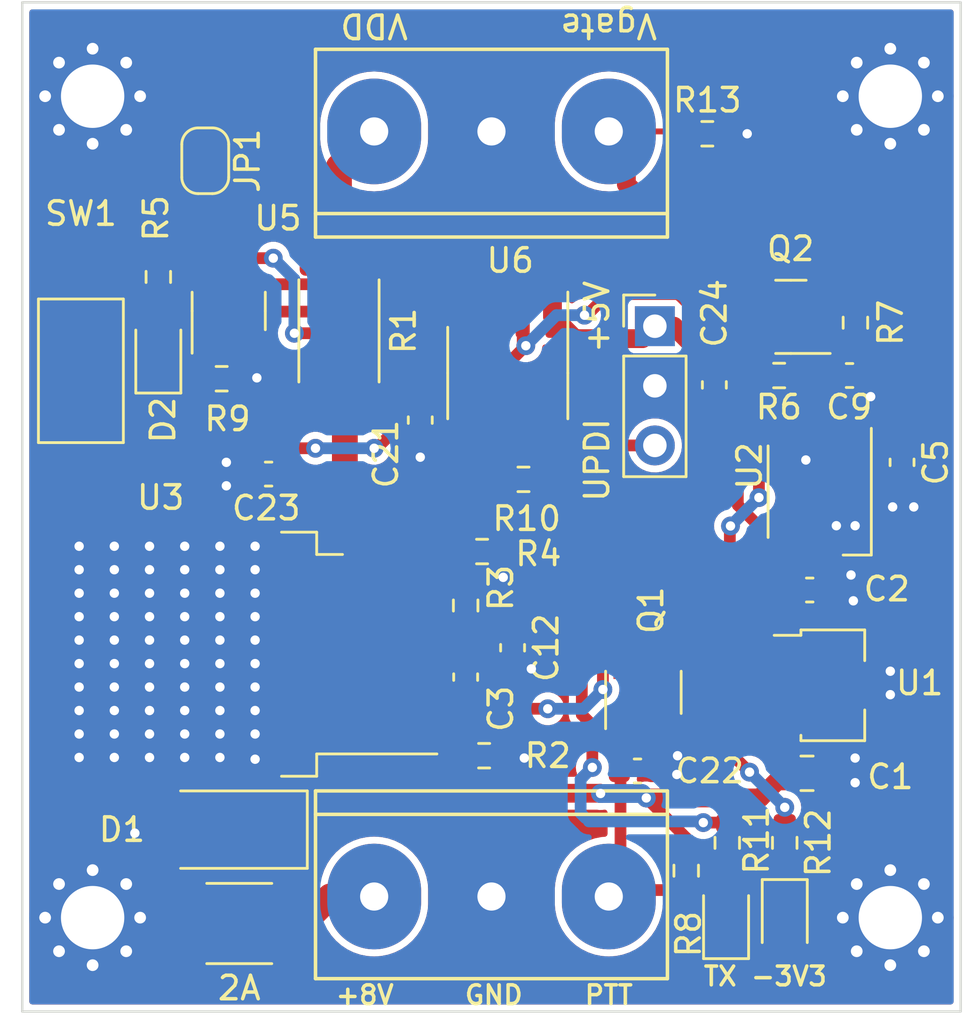
<source format=kicad_pcb>
(kicad_pcb (version 20211014) (generator pcbnew)
  (layers (0 "F.Cu" signal) (31 "B.Cu" signal) (34 "B.Paste" user) (35 "F.Paste" user) (36 "B.SilkS" user "B.Silkscreen") (37 "F.SilkS" user "F.Silkscreen") (38 "B.Mask" user) (39 "F.Mask" user) (44 "Edge.Cuts" user))
  (net 0 "")
  (net 1 "GNDREF")
  (net 2 "+5V")
  (net 3 "Net-(F1-Pad1)")
  (net 4 "Net-(C9-Pad2)")
  (net 5 "Net-(J3-Pad1)")
  (net 6 "Net-(C22-Pad1)")
  (net 7 "Net-(Q1-Pad1)")
  (net 8 "Net-(R3-Pad2)")
  (net 9 "Net-(D3-Pad2)")
  (net 10 "Net-(D4-Pad1)")
  (net 11 "Net-(C21-Pad2)")
  (net 12 "Net-(C23-Pad1)")
  (net 13 "Net-(J3-Pad3)")
  (net 14 "Net-(J2-Pad3)")
  (net 15 "Net-(C5-Pad1)")
  (net 16 "Net-(R5-Pad1)")
  (net 17 "Net-(D2-Pad2)")
  (net 18 "Net-(C1-Pad1)")
  (net 21 "Net-(R2-Pad1)")
  (net 22 "Net-(C12-Pad1)")
  (net 23 "Net-(R10-Pad2)")
  (footprint "Capacitor_SMD:C_0603_1608Metric" (layer "F.Cu") (at 177.225 86.75)
    (fp_text reference "C22")
    (fp_text value "100n")
  )
  (footprint "Resistor_SMD:R_0603_1608Metric" (layer "F.Cu") (at 172.365 74.325 180)
    (fp_text reference "R10")
    (fp_text value "470R")
  )
  (footprint "Capacitor_SMD:C_0603_1608Metric" (layer "F.Cu") (at 186.2625 69.9 180)
    (fp_text reference "C9")
    (fp_text value "100n")
  )
  (footprint "Package_TO_SOT_SMD:TO-263-5_TabPin3" (layer "F.Cu") (at 160.6 81.775 180)
    (fp_text reference "U3")
    (fp_text value "MIC29302")
  )
  (footprint "Capacitor_SMD:C_0603_1608Metric" (layer "F.Cu") (at 180.5 70.3 -90)
    (fp_text reference "C24")
    (fp_text value "100n")
  )
  (footprint "Diode_SMD:D_SMA" (layer "F.Cu") (at 159.75 89.25 180)
    (fp_text reference "D1")
    (fp_text value "SS34")
  )
  (footprint "Resistor_SMD:R_0603_1608Metric" (layer "F.Cu") (at 170.6 77.4)
    (fp_text reference "R4")
    (fp_text value "470R")
  )
  (footprint "Package_TO_SOT_SMD:SOT-23" (layer "F.Cu") (at 183.7625 67.4 180)
    (fp_text reference "Q2")
    (fp_text value "BC859C")
  )
  (footprint "MountingHole:MountingHole_2.7mm_M2.5_Pad_Via" (layer "F.Cu") (at 154 58)
    (fp_text reference "H5" hide)
    (fp_text value "~")
  )
  (footprint "Resistor_SMD:R_0603_1608Metric" (layer "F.Cu") (at 179.3 91 90)
    (fp_text reference "R8")
    (fp_text value "10K")
  )
  (footprint "MyFootprints:SOT-25_HandSoldering" (layer "F.Cu") (at 177.475 83.4 90)
    (fp_text reference "Q1")
    (fp_text value "FMG1")
  )
  (footprint "Resistor_SMD:R_0603_1608Metric" (layer "F.Cu") (at 183.5 89.8125 -90)
    (fp_text reference "R12")
    (fp_text value "330R")
  )
  (footprint "Fuse:Fuse_1812_4532Metric_Pad1.30x3.40mm_HandSolder" (layer "F.Cu") (at 160.25 93.25 180)
    (fp_text reference "F1" hide)
    (fp_text value "2A")
  )
  (footprint "Package_TO_SOT_SMD:SOT-23-5" (layer "F.Cu") (at 159.8 67.15 90)
    (fp_text reference "U5")
    (fp_text value "INA168")
  )
  (footprint "Capacitor_SMD:C_0603_1608Metric" (layer "F.Cu") (at 167.965 71.8 90)
    (fp_text reference "C21")
    (fp_text value "100n")
  )
  (footprint "LED_SMD:LED_0805_2012Metric" (layer "F.Cu") (at 181 93.0625 90)
    (fp_text reference "D3" hide)
    (fp_text value "Red LED")
  )
  (footprint "Jumper:SolderJumper-2_P1.3mm_Open_RoundedPad1.0x1.5mm" (layer "F.Cu") (at 158.8 60.75 -90)
    (fp_text reference "JP1")
    (fp_text value "'")
  )
  (footprint "Resistor_SMD:R_0603_1608Metric" (layer "F.Cu") (at 156.8 65.7 -90)
    (fp_text reference "R5")
    (fp_text value "10K opt")
  )
  (footprint "Resistor_SMD:R_0603_1608Metric" (layer "F.Cu") (at 180.2 59.6)
    (fp_text reference "R13")
    (fp_text value "100R")
  )
  (footprint "Capacitor_SMD:C_0603_1608Metric" (layer "F.Cu") (at 161.5 74.1 180)
    (fp_text reference "C23")
    (fp_text value "Opt")
  )
  (footprint "Resistor_SMD:R_0603_1608Metric" (layer "F.Cu") (at 186.5125 67.65 90)
    (fp_text reference "R7")
    (fp_text value "2K")
  )
  (footprint "Resistor_SMD:R_2512_6332Metric" (layer "F.Cu") (at 164.5 68 90)
    (fp_text reference "R1")
    (fp_text value "0.1R")
  )
  (footprint "Capacitor_SMD:C_0603_1608Metric" (layer "F.Cu") (at 188.5 73.6 -90)
    (fp_text reference "C5")
    (fp_text value "10u")
  )
  (footprint "MountingHole:MountingHole_2.7mm_M2.5_Pad_Via" (layer "F.Cu") (at 188 93)
    (fp_text reference "H2" hide)
    (fp_text value "~")
  )
  (footprint "MyFootprints:KF301-3P" (layer "F.Cu") (at 171 92.1 180)
    (fp_text reference "J1" hide)
    (fp_text value "8V-DC" hide)
  )
  (footprint "Resistor_SMD:R_0603_1608Metric" (layer "F.Cu") (at 170.6875 86.1)
    (fp_text reference "R2")
    (fp_text value "4K7")
  )
  (footprint "Resistor_SMD:R_0603_1608Metric" (layer "F.Cu") (at 183.2625 69.9 180)
    (fp_text reference "R6")
    (fp_text value "5K1")
  )
  (footprint "Package_TO_SOT_SMD:SOT-89-3" (layer "F.Cu") (at 185.25 83.1)
    (fp_text reference "U1")
    (fp_text value "L78L05_SOT89")
  )
  (footprint "Capacitor_SMD:C_0603_1608Metric" (layer "F.Cu") (at 169.9 82.75 90)
    (fp_text reference "C3")
    (fp_text value "100n")
  )
  (footprint "MyFootprints:KF301-3P" (layer "F.Cu") (at 171 59.5)
    (fp_text reference "J3" hide)
    (fp_text value "RF_unit" hide)
  )
  (footprint "Resistor_SMD:R_0603_1608Metric" (layer "F.Cu") (at 169.9 79.7 90)
    (fp_text reference "R3")
    (fp_text value "2K2")
  )
  (footprint "Package_SO:SOIC-8_3.9x4.9mm_P1.27mm" (layer "F.Cu") (at 171.695 69.795 -90)
    (fp_text reference "U6")
    (fp_text value "ATtiny412-SS")
  )
  (footprint "MountingHole:MountingHole_2.7mm_M2.5_Pad_Via" (layer "F.Cu") (at 154 93)
    (fp_text reference "H3" hide)
    (fp_text value "~")
  )
  (footprint "Capacitor_SMD:C_0805_2012Metric" (layer "F.Cu") (at 184.45 86.85)
    (fp_text reference "C1")
    (fp_text value "10u")
  )
  (footprint "LED_SMD:LED_0805_2012Metric" (layer "F.Cu") (at 156.8 68.9625 90)
    (fp_text reference "D2")
    (fp_text value "Blue LED opt")
  )
  (footprint "Resistor_SMD:R_0603_1608Metric" (layer "F.Cu") (at 181.05 89.8125 -90)
    (fp_text reference "R11")
    (fp_text value "1K")
  )
  (footprint "MyFootprints:R05C1TF05S" (layer "F.Cu") (at 184.99 74.85 -90)
    (fp_text reference "U2")
    (fp_text value "R05C1TF05S-R")
  )
  (footprint "MountingHole:MountingHole_2.7mm_M2.5_Pad_Via" (layer "F.Cu") (at 188 58)
    (fp_text reference "H6" hide)
    (fp_text value "~")
  )
  (footprint "Capacitor_SMD:C_0603_1608Metric" (layer "F.Cu") (at 184.565 79.04)
    (fp_text reference "C2")
    (fp_text value "10u")
  )
  (footprint "Connector_PinHeader_2.54mm:PinHeader_1x03_P2.54mm_Vertical" (layer "F.Cu") (at 177.965 67.8)
    (fp_text reference "J2" hide)
    (fp_text value "UPDI")
  )
  (footprint "Resistor_SMD:R_0603_1608Metric" (layer "F.Cu") (at 159.5 70.0375)
    (fp_text reference "R9")
    (fp_text value "51K")
  )
  (footprint "LED_SMD:LED_0805_2012Metric" (layer "F.Cu") (at 183.5 93.0625 -90)
    (fp_text reference "D4" hide)
    (fp_text value "Green LED")
  )
  (footprint "Button_Switch_SMD:SW_SPST_FSMSM" (layer "F.Cu") (at 153.5 69.7 90)
    (fp_text reference "SW1")
    (fp_text value "SW_Push")
  )
  (footprint "Capacitor_SMD:C_0603_1608Metric" (layer "F.Cu") (at 171.9 81.5 -90)
    (fp_text reference "C12")
    (fp_text value "10u")
  )
  (gr_rect (start 151 54) (end 191 97) (layer "Edge.Cuts") (width 0.1) (fill none))
  (gr_text "+5V" (at 175.5 67.4 90) (layer "F.SilkS") (effects (font (size 1 1))))
  (gr_text "2A" (at 160.25 96) (layer "F.SilkS") (effects (font (size 1 1))))
  (gr_text "Vgate" (at 176 55 180) (layer "F.SilkS") (effects (font (size 1 1))))
  (gr_text "PTT" (at 176 96.3) (layer "F.SilkS") (effects (font (size 0.8 0.8))))
  (gr_text "VDD" (at 166 55 180) (layer "F.SilkS") (effects (font (size 1 1))))
  (gr_text "TX" (at 180.75 95.5) (layer "F.SilkS") (effects (font (size 0.8 0.8))))
  (gr_text "-3V3" (at 183.68 95.5) (layer "F.SilkS") (effects (font (size 0.8 0.8))))
  (gr_text "+8V" (at 165.6 96.3) (layer "F.SilkS") (effects (font (size 0.8 0.8))))
  (gr_text "GND" (at 171.1 96.3) (layer "F.SilkS") (effects (font (size 0.8 0.8))))
  (gr_text "UPDI" (at 175.5 73.5 90) (layer "F.SilkS") (effects (font (size 1 1))))
  (segment (start 189 75.05) (end 188.5 74.55) (width 0.5) (layer "F.Cu") (net 1))
  (segment (start 188.5 74.55) (end 188.5 75.1) (width 0.5) (layer "F.Cu") (net 1))
  (segment (start 189 75.5) (end 189 75.05) (width 0.5) (layer "F.Cu") (net 1))
  (segment (start 178.5 86.8) (end 177.475 85.775) (width 0.5) (layer "F.Cu") (net 1))
  (segment (start 186.5 76.3) (end 186.5 77.1225) (width 0.8) (layer "F.Cu") (net 1))
  (segment (start 184.399022 83.1) (end 183.6875 83.1) (width 0.8) (layer "F.Cu") (net 1))
  (segment (start 159.8 68.2875) (end 159.8 69.5125) (width 0.5) (layer "F.Cu") (net 1))
  (segment (start 186.155 78.4) (end 185.515 79.04) (width 0.5) (layer "F.Cu") (net 1))
  (segment (start 186.325 78.4) (end 186.155 78.4) (width 0.5) (layer "F.Cu") (net 1))
  (segment (start 186.425 79.5) (end 185.975 79.5) (width 0.5) (layer "F.Cu") (net 1))
  (segment (start 184.69 72.425) (end 184.69 73.39) (width 0.5) (layer "F.Cu") (net 1))
  (segment (start 185.8 87.25) (end 185.4 86.85) (width 0.5) (layer "F.Cu") (net 1))
  (segment (start 185.7 76.3) (end 185.7 76.3225) (width 0.8) (layer "F.Cu") (net 1))
  (segment (start 184.09 72.425) (end 184.09 73.21) (width 0.5) (layer "F.Cu") (net 1))
  (segment (start 178.65 86.75) (end 178 86.75) (width 0.5) (layer "F.Cu") (net 1))
  (segment (start 177.455 70.85) (end 177.965 70.34) (width 0.5) (layer "F.Cu") (net 1))
  (segment (start 184.0875 83.5) (end 183.6875 83.1) (width 0.5) (layer "F.Cu") (net 1))
  (segment (start 185.29 77.275) (end 185.29 76.71) (width 0.3) (layer "F.Cu") (net 1))
  (segment (start 179.765 70.34) (end 180.5 71.075) (width 0.5) (layer "F.Cu") (net 1))
  (segment (start 178.932273 86.367727) (end 178.5 86.8) (width 0.5) (layer "F.Cu") (net 1))
  (segment (start 178.932273 86.101121) (end 178.932273 86.367727) (width 0.5) (layer "F.Cu") (net 1))
  (segment (start 185.4 86.85) (end 185.4 84.100978) (width 0.8) (layer "F.Cu") (net 1))
  (segment (start 175.215 70.85) (end 177.455 70.85) (width 0.5) (layer "F.Cu") (net 1))
  (segment (start 185.4 84.100978) (end 184.399022 83.1) (width 0.8) (layer "F.Cu") (net 1))
  (segment (start 175.215 70.85) (end 175.02 70.85) (width 0.5) (layer "F.Cu") (net 1))
  (segment (start 186.05 86.2) (end 185.4 86.85) (width 0.5) (layer "F.Cu") (net 1))
  (segment (start 186.5 87.25) (end 185.8 87.25) (width 0.5) (layer "F.Cu") (net 1))
  (segment (start 177.965 70.34) (end 179.765 70.34) (width 0.5) (layer "F.Cu") (net 1))
  (segment (start 171.6125 86.2) (end 171.5125 86.1) (width 0.5) (layer "F.Cu") (net 1))
  (segment (start 188.5 75.1) (end 188.1 75.5) (width 0.5) (layer "F.Cu") (net 1))
  (segment (start 188 83.5) (end 184.0875 83.5) (width 0.5) (layer "F.Cu") (net 1))
  (segment (start 185.29 76.71) (end 185.7 76.3) (width 0.3) (layer "F.Cu") (net 1))
  (segment (start 159.8 69.5125) (end 160.325 70.0375) (width 0.5) (layer "F.Cu") (net 1))
  (segment (start 187.0375 69.9) (end 187.0375 70.6745) (width 0.5) (layer "F.Cu") (net 1))
  (segment (start 186.6275 77.25) (end 186.45 77.25) (width 0.3) (layer "F.Cu") (net 1))
  (segment (start 177.475 85.775) (end 177.475 84.75) (width 0.5) (layer "F.Cu") (net 1))
  (segment (start 186.45 77.25) (end 185.915 77.25) (width 0.3) (layer "F.Cu") (net 1))
  (segment (start 184.39 73.49) (end 184.4 73.5) (width 0.5) (layer "F.Cu") (net 1))
  (segment (start 185.7 76.38875) (end 185.7 77.21125) (width 0.8) (layer "F.Cu") (net 1))
  (segment (start 188 82.5) (end 184.2875 82.5) (width 0.5) (layer "F.Cu") (net 1))
  (segment (start 186.5 86.2) (end 186.05 86.2) (width 0.5) (layer "F.Cu") (net 1))
  (segment (start 175.02 70.85) (end 173.6 72.27) (width 0.5) (layer "F.Cu") (net 1))
  (segment (start 187.0375 70.6745) (end 187.163 70.8) (width 0.5) (layer "F.Cu") (net 1))
  (segment (start 185.975 79.5) (end 185.515 79.04) (width 0.5) (layer "F.Cu") (net 1))
  (segment (start 172.3875 86.2) (end 171.6125 86.2) (width 0.5) (layer "F.Cu") (net 1))
  (segment (start 184.2875 82.5) (end 183.6875 83.1) (width 0.5) (layer "F.Cu") (net 1))
  (via (at 157.925 81.175) (size 0.8) (drill 0.4) (layers "F.Cu" "B.Cu") (net 1))
  (via (at 161 70) (size 0.8) (drill 0.4) (layers "F.Cu" "B.Cu") (net 1))
  (via (at 155.8 89.4) (size 0.8) (drill 0.4) (layers "F.Cu" "B.Cu") (net 1))
  (via (at 185.7 76.3) (size 0.8) (drill 0.4) (layers "F.Cu" "B.Cu") (net 1))
  (via (at 186.325 78.4) (size 0.8) (drill 0.4) (layers "F.Cu" "B.Cu") (net 1))
  (via (at 156.425 83.175) (size 0.8) (drill 0.4) (layers "F.Cu" "B.Cu") (net 1))
  (via (at 186.5 86.2) (size 0.8) (drill 0.4) (layers "F.Cu" "B.Cu") (net 1))
  (via (at 156.425 80.175) (size 0.8) (drill 0.4) (layers "F.Cu" "B.Cu") (net 1))
  (via (at 160.925 78.175) (size 0.8) (drill 0.4) (layers "F.Cu" "B.Cu") (net 1))
  (via (at 154.925 82.175) (size 0.8) (drill 0.4) (layers "F.Cu" "B.Cu") (net 1))
  (via (at 154.925 84.175) (size 0.8) (drill 0.4) (layers "F.Cu" "B.Cu") (net 1))
  (via (at 184.4 73.5) (size 0.8) (drill 0.4) (layers "F.Cu" "B.Cu") (net 1))
  (via (at 172.4 86.2) (size 0.8) (drill 0.4) (layers "F.Cu" "B.Cu") (net 1))
  (via (at 153.425 80.175) (size 0.8) (drill 0.4) (layers "F.Cu" "B.Cu") (net 1))
  (via (at 156.425 77.175) (size 0.8) (drill 0.4) (layers "F.Cu" "B.Cu") (net 1))
  (via (at 160.925 86.25) (size 0.8) (drill 0.4) (layers "F.Cu" "B.Cu") (net 1))
  (via (at 156.425 81.175) (size 0.8) (drill 0.4) (layers "F.Cu" "B.Cu") (net 1))
  (via (at 154.925 83.175) (size 0.8) (drill 0.4) (layers "F.Cu" "B.Cu") (net 1))
  (via (at 156.425 79.175) (size 0.8) (drill 0.4) (layers "F.Cu" "B.Cu") (net 1))
  (via (at 188 83.5) (size 0.8) (drill 0.4) (layers "F.Cu" "B.Cu") (net 1))
  (via (at 160.925 80.175) (size 0.8) (drill 0.4) (layers "F.Cu" "B.Cu") (net 1))
  (via (at 159.425 86.175) (size 0.8) (drill 0.4) (layers "F.Cu" "B.Cu") (net 1))
  (via (at 160.925 83.175) (size 0.8) (drill 0.4) (layers "F.Cu" "B.Cu") (net 1))
  (via (at 160.925 81.175) (size 0.8) (drill 0.4) (layers "F.Cu" "B.Cu") (net 1))
  (via (at 159.425 79.175) (size 0.8) (drill 0.4) (layers "F.Cu" "B.Cu") (net 1))
  (via (at 159.7 74.6) (size 0.8) (drill 0.4) (layers "F.Cu" "B.Cu") (net 1))
  (via (at 153.425 83.175) (size 0.8) (drill 0.4) (layers "F.Cu" "B.Cu") (net 1))
  (via (at 153.425 79.175) (size 0.8) (drill 0.4) (layers "F.Cu" "B.Cu") (net 1))
  (via (at 153.425 81.175) (size 0.8) (drill 0.4) (layers "F.Cu" "B.Cu") (net 1))
  (via (at 181.9 59.6) (size 0.8) (drill 0.4) (layers "F.Cu" "B.Cu") (net 1))
  (via (at 159.425 85.175) (size 0.8) (drill 0.4) (layers "F.Cu" "B.Cu") (net 1))
  (via (at 188 82.5) (size 0.8) (drill 0.4) (layers "F.Cu" "B.Cu") (net 1))
  (via (at 178.9 86.9) (size 0.8) (drill 0.4) (layers "F.Cu" "B.Cu") (net 1))
  (via (at 159.7 73.6) (size 0.8) (drill 0.4) (layers "F.Cu" "B.Cu") (net 1))
  (via (at 159.425 83.175) (size 0.8) (drill 0.4) (layers "F.Cu" "B.Cu") (net 1))
  (via (at 153.425 85.175) (size 0.8) (drill 0.4) (layers "F.Cu" "B.Cu") (net 1))
  (via (at 153.425 82.175) (size 0.8) (drill 0.4) (layers "F.Cu" "B.Cu") (net 1))
  (via (at 159.425 81.175) (size 0.8) (drill 0.4) (layers "F.Cu" "B.Cu") (net 1))
  (via (at 186.5 76.3) (size 0.8) (drill 0.4) (layers "F.Cu" "B.Cu") (net 1))
  (via (at 157.925 82.175) (size 0.8) (drill 0.4) (layers "F.Cu" "B.Cu") (net 1))
  (via (at 160.925 85.175) (size 0.8) (drill 0.4) (layers "F.Cu" "B.Cu") (net 1))
  (via (at 157.925 80.175) (size 0.8) (drill 0.4) (layers "F.Cu" "B.Cu") (net 1))
  (via (at 154.925 78.175) (size 0.8) (drill 0.4) (layers "F.Cu" "B.Cu") (net 1))
  (via (at 156.425 82.175) (size 0.8) (drill 0.4) (layers "F.Cu" "B.Cu") (net 1))
  (via (at 154.925 77.175) (size 0.8) (drill 0.4) (layers "F.Cu" "B.Cu") (net 1))
  (via (at 167.965 73.38) (size 0.8) (drill 0.4) (layers "F.Cu" "B.Cu") (net 1))
  (via (at 153.425 86.175) (size 0.8) (drill 0.4) (layers "F.Cu" "B.Cu") (net 1))
  (via (at 160.925 79.175) (size 0.8) (drill 0.4) (layers "F.Cu" "B.Cu") (net 1))
  (via (at 187.163 70.8) (size 0.8) (drill 0.4) (layers "F.Cu" "B.Cu") (net 1))
  (via (at 153.425 84.175) (size 0.8) (drill 0.4) (layers "F.Cu" "B.Cu") (net 1))
  (via (at 154.925 80.175) (size 0.8) (drill 0.4) (layers "F.Cu" "B.Cu") (net 1))
  (via (at 153.425 78.175) (size 0.8) (drill 0.4) (layers "F.Cu" "B.Cu") (net 1))
  (via (at 186.5 87.25) (size 0.8) (drill 0.4) (layers "F.Cu" "B.Cu") (net 1))
  (via (at 156.425 84.175) (size 0.8) (drill 0.4) (layers "F.Cu" "B.Cu") (net 1))
  (via (at 159.425 78.175) (size 0.8) (drill 0.4) (layers "F.Cu" "B.Cu") (net 1))
  (via (at 157.925 79.175) (size 0.8) (drill 0.4) (layers "F.Cu" "B.Cu") (net 1))
  (via (at 154.925 81.175) (size 0.8) (drill 0.4) (layers "F.Cu" "B.Cu") (net 1))
  (via (at 171.5 78.5) (size 0.8) (drill 0.4) (layers "F.Cu" "B.Cu") (net 1))
  (via (at 157.925 77.175) (size 0.8) (drill 0.4) (layers "F.Cu" "B.Cu") (net 1))
  (via (at 156.425 78.175) (size 0.8) (drill 0.4) (layers "F.Cu" "B.Cu") (net 1))
  (via (at 154.925 85.175) (size 0.8) (drill 0.4) (layers "F.Cu" "B.Cu") (net 1))
  (via (at 157.925 84.175) (size 0.8) (drill 0.4) (layers "F.Cu" "B.Cu") (net 1))
  (via (at 154.925 79.175) (size 0.8) (drill 0.4) (layers "F.Cu" "B.Cu") (net 1))
  (via (at 178.932273 86.101121) (size 0.8) (drill 0.4) (layers "F.Cu" "B.Cu") (net 1))
  (via (at 159.425 80.175) (size 0.8) (drill 0.4) (layers "F.Cu" "B.Cu") (net 1))
  (via (at 186.425 79.5) (size 0.8) (drill 0.4) (layers "F.Cu" "B.Cu") (net 1))
  (via (at 157.925 78.175) (size 0.8) (drill 0.4) (layers "F.Cu" "B.Cu") (net 1))
  (via (at 160.925 82.175) (size 0.8) (drill 0.4) (layers "F.Cu" "B.Cu") (net 1))
  (via (at 189 75.5) (size 0.8) (drill 0.4) (layers "F.Cu" "B.Cu") (net 1))
  (via (at 154.925 86.175) (size 0.8) (drill 0.4) (layers "F.Cu" "B.Cu") (net 1))
  (via (at 159.425 82.175) (size 0.8) (drill 0.4) (layers "F.Cu" "B.Cu") (net 1))
  (via (at 159.425 84.175) (size 0.8) (drill 0.4) (layers "F.Cu" "B.Cu") (net 1))
  (via (at 188.1 75.5) (size 0.8) (drill 0.4) (layers "F.Cu" "B.Cu") (net 1))
  (via (at 153.425 77.175) (size 0.8) (drill 0.4) (layers "F.Cu" "B.Cu") (net 1))
  (via (at 157.925 83.175) (size 0.8) (drill 0.4) (layers "F.Cu" "B.Cu") (net 1))
  (via (at 160.925 84.175) (size 0.8) (drill 0.4) (layers "F.Cu" "B.Cu") (net 1))
  (via (at 157.925 86.175) (size 0.8) (drill 0.4) (layers "F.Cu" "B.Cu") (net 1))
  (via (at 159.425 77.175) (size 0.8) (drill 0.4) (layers "F.Cu" "B.Cu") (net 1))
  (via (at 172.7 82.4) (size 0.8) (drill 0.4) (layers "F.Cu" "B.Cu") (net 1))
  (via (at 157.925 85.175) (size 0.8) (drill 0.4) (layers "F.Cu" "B.Cu") (net 1))
  (via (at 156.425 86.175) (size 0.8) (drill 0.4) (layers "F.Cu" "B.Cu") (net 1))
  (via (at 160.925 77.175) (size 0.8) (drill 0.4) (layers "F.Cu" "B.Cu") (net 1))
  (via (at 156.425 85.175) (size 0.8) (drill 0.4) (layers "F.Cu" "B.Cu") (net 1))
  (segment (start 183.24048 77.275) (end 183.24048 77.752042) (width 0.8) (layer "F.Cu") (net 2))
  (segment (start 173.6 67.378523) (end 174.550988 68.329511) (width 0.8) (layer "F.Cu") (net 2))
  (segment (start 158.85 66.0125) (end 159.0125 66.0125) (width 0.5) (layer "F.Cu") (net 2))
  (segment (start 173.6 66.555019) (end 172.790461 65.74548) (width 0.8) (layer "F.Cu") (net 2))
  (segment (start 181.5 75.4225) (end 183.3525 77.275) (width 0.5) (layer "F.Cu") (net 2))
  (segment (start 173.6 67.32) (end 173.6 67.378523) (width 0.8) (layer "F.Cu") (net 2))
  (segment (start 183.6 81.6) (end 183.6 77.5225) (width 1.1) (layer "F.Cu") (net 2))
  (segment (start 173.6 67.32) (end 173.6 66.908573) (width 0.3) (layer "F.Cu") (net 2))
  (segment (start 180.92677 69.95177) (end 180.5 69.525) (width 0.5) (layer "F.Cu") (net 2))
  (segment (start 174.550988 68.329511) (end 177.435489 68.329511) (width 0.8) (layer "F.Cu") (net 2))
  (segment (start 168.09952 65.74548) (end 166.66952 67.17548) (width 0.8) (layer "F.Cu") (net 2))
  (segment (start 159.0125 66.0125) (end 160.17548 67.17548) (width 0.5) (layer "F.Cu") (net 2))
  (segment (start 177.435489 68.329511) (end 177.965 67.8) (width 0.8) (layer "F.Cu") (net 2))
  (segment (start 181.5 69.95177) (end 181.5 75.4225) (width 0.5) (layer "F.Cu") (net 2))
  (segment (start 173.6 66.767151) (end 173.6 67.32) (width 0.5) (layer "F.Cu") (net 2))
  (segment (start 184.44 77.275) (end 184.69 77.025) (width 0.5) (layer "F.Cu") (net 2))
  (segment (start 172.790461 65.74548) (end 168.09952 65.74548) (width 0.8) (layer "F.Cu") (net 2))
  (segment (start 178.775 67.8) (end 180.5 69.525) (width 0.8) (layer "F.Cu") (net 2))
  (segment (start 173.6 67.32) (end 173.6 66.555019) (width 0.8) (layer "F.Cu") (net 2))
  (segment (start 177.965 67.8) (end 178.775 67.8) (width 0.8) (layer "F.Cu") (net 2))
  (segment (start 181.5 69.95177) (end 180.92677 69.95177) (width 0.5) (layer "F.Cu") (net 2))
  (segment (start 184.09 77.275) (end 184.44 77.275) (width 0.5) (layer "F.Cu") (net 2))
  (segment (start 160.17548 67.17548) (end 166.66952 67.17548) (width 0.5) (layer "F.Cu") (net 2))
  (segment (start 183.6 77.5225) (end 183.3525 77.275) (width 1.1) (layer "F.Cu") (net 2))
  (segment (start 164.125 92.1) (end 163.225 93) (width 1.1) (layer "F.Cu") (net 3))
  (segment (start 166.83 92.1) (end 164.125 92.1) (width 1.1) (layer "F.Cu") (net 3))
  (segment (start 184.0875 69.9) (end 184.0875 68.9625) (width 0.5) (layer "F.Cu") (net 4))
  (segment (start 184.0875 68.9625) (end 184.7 68.35) (width 0.5) (layer "F.Cu") (net 4))
  (segment (start 185.4875 69.9) (end 184.0875 69.9) (width 0.5) (layer "F.Cu") (net 4))
  (segment (start 186.5125 68.475) (end 186.5125 68.875) (width 0.3) (layer "F.Cu") (net 4))
  (segment (start 186.5125 68.875) (end 185.4875 69.9) (width 0.5) (layer "F.Cu") (net 4))
  (segment (start 164.5 61) (end 166 59.5) (width 1.1) (layer "F.Cu") (net 5))
  (segment (start 163.525 66.0125) (end 164.5 65.0375) (width 0.5) (layer "F.Cu") (net 5))
  (segment (start 160.75 66.0125) (end 163.525 66.0125) (width 0.5) (layer "F.Cu") (net 5))
  (segment (start 164.5 65.0375) (end 164.5 61) (width 1.1) (layer "F.Cu") (net 5))
  (segment (start 176.5 86.8) (end 176.45 86.75) (width 0.3) (layer "F.Cu") (net 6))
  (segment (start 176.525 84.75) (end 176.525 86.675) (width 0.5) (layer "F.Cu") (net 6))
  (segment (start 176.275 91.825) (end 176 92.1) (width 0.5) (layer "F.Cu") (net 6))
  (segment (start 176.525 86.675) (end 176.45 86.75) (width 0.3) (layer "F.Cu") (net 6))
  (segment (start 179.3 91.825) (end 176.275 91.825) (width 0.5) (layer "F.Cu") (net 6))
  (segment (start 176.5 91.77) (end 176.5 86.8) (width 0.5) (layer "F.Cu") (net 6))
  (segment (start 172.3 75.7) (end 176.525 79.925) (width 0.5) (layer "F.Cu") (net 7))
  (segment (start 172.33 72.27) (end 172.33 75.5) (width 0.3) (layer "F.Cu") (net 7))
  (segment (start 176.525 79.925) (end 176.525 82.05) (width 0.5) (layer "F.Cu") (net 7))
  (segment (start 172.3 75.5) (end 172.3 75.7) (width 0.5) (layer "F.Cu") (net 7))
  (segment (start 169.4 78.375) (end 169.9 78.875) (width 0.3) (layer "F.Cu") (net 8))
  (segment (start 169.775 78.75) (end 169.9 78.875) (width 0.3) (layer "F.Cu") (net 8))
  (segment (start 166.375 78.375) (end 169.4 78.375) (width 0.3) (layer "F.Cu") (net 8))
  (segment (start 169.775 77.4) (end 169.775 78.75) (width 0.5) (layer "F.Cu") (net 8))
  (segment (start 181.05 90.6375) (end 181.05 92.075) (width 0.8) (layer "F.Cu") (net 9))
  (segment (start 181.05 92.075) (end 181 92.125) (width 0.8) (layer "F.Cu") (net 9))
  (segment (start 183.5 90.6375) (end 183.5 92.125) (width 0.5) (layer "F.Cu") (net 10))
  (segment (start 172.33 68.765) (end 172.33 67.32) (width 0.5) (layer "F.Cu") (net 11))
  (segment (start 179.05548 66.43) (end 179.05548 66.51798) (width 0.5) (layer "F.Cu") (net 11))
  (segment (start 167.965 71.025) (end 169.190489 71.025) (width 0.5) (layer "F.Cu") (net 11))
  (segment (start 170.24952 70.84548) (end 172.33 68.765) (width 0.5) (layer "F.Cu") (net 11))
  (segment (start 175.065 67.33) (end 175.965 66.43) (width 0.5) (layer "F.Cu") (net 11))
  (segment (start 179.05548 66.51798) (end 182.4375 69.9) (width 0.5) (layer "F.Cu") (net 11))
  (segment (start 175.965 66.43) (end 179.05548 66.43) (width 0.5) (layer "F.Cu") (net 11))
  (segment (start 169.370009 70.84548) (end 170.24952 70.84548) (width 0.5) (layer "F.Cu") (net 11))
  (segment (start 169.190489 71.025) (end 169.370009 70.84548) (width 0.5) (layer "F.Cu") (net 11))
  (via (at 172.465 68.63) (size 0.8) (drill 0.4) (layers "F.Cu" "B.Cu") (net 11))
  (via (at 174.965 67.33) (size 0.8) (drill 0.4) (layers "F.Cu" "B.Cu") (net 11))
  (segment (start 173.765 67.33) (end 172.465 68.63) (width 0.5) (layer "B.Cu") (net 11))
  (segment (start 175.065 67.33) (end 173.765 67.33) (width 0.5) (layer "B.Cu") (net 11))
  (segment (start 160.5 73) (end 162.5 73) (width 0.5) (layer "F.Cu") (net 12))
  (segment (start 158.85 69.8625) (end 158.675 70.0375) (width 0.5) (layer "F.Cu") (net 12))
  (segment (start 162.5 73) (end 163.5 73) (width 0.5) (layer "F.Cu") (net 12))
  (segment (start 167 72.111085) (end 167 70.561085) (width 0.5) (layer "F.Cu") (net 12))
  (segment (start 167 70.561085) (end 167.681085 69.88) (width 0.5) (layer "F.Cu") (net 12))
  (segment (start 171.06 67.872849) (end 169.052849 69.88) (width 0.5) (layer "F.Cu") (net 12))
  (segment (start 166.111085 73) (end 167 72.111085) (width 0.5) (layer "F.Cu") (net 12))
  (segment (start 169.052849 69.88) (end 167.62 69.88) (width 0.5) (layer "F.Cu") (net 12))
  (segment (start 162.275 73.225) (end 162.5 73) (width 0.5) (layer "F.Cu") (net 12))
  (segment (start 158.675 70.0375) (end 158.675 71.175) (width 0.5) (layer "F.Cu") (net 12))
  (segment (start 162.275 74.1) (end 162.275 73.225) (width 0.5) (layer "F.Cu") (net 12))
  (segment (start 171.06 67.32) (end 171.06 67.872849) (width 0.5) (layer "F.Cu") (net 12))
  (segment (start 158.85 68.2875) (end 158.85 69.8625) (width 0.5) (layer "F.Cu") (net 12))
  (segment (start 166 73) (end 166.111085 73) (width 0.5) (layer "F.Cu") (net 12))
  (segment (start 158.675 71.175) (end 160.5 73) (width 0.5) (layer "F.Cu") (net 12))
  (via (at 163.5 73) (size 0.8) (drill 0.4) (layers "F.Cu" "B.Cu") (net 12))
  (via (at 166 73) (size 0.8) (drill 0.4) (layers "F.Cu" "B.Cu") (net 12))
  (segment (start 163.5 73) (end 166 73) (width 0.5) (layer "B.Cu") (net 12))
  (segment (start 181.45 66.45) (end 184.7 66.45) (width 0.8) (layer "F.Cu") (net 13))
  (segment (start 179.375 59.6) (end 179.275 59.5) (width 0.25) (layer "F.Cu") (net 13))
  (segment (start 176.75 61) (end 176.75 61.75) (width 0.8) (layer "F.Cu") (net 13))
  (segment (start 176.75 61.75) (end 181.45 66.45) (width 0.8) (layer "F.Cu") (net 13))
  (segment (start 179.275 59.5) (end 176 59.5) (width 0.25) (layer "F.Cu") (net 13))
  (segment (start 175.265 74.33) (end 173.195 74.33) (width 0.5) (layer "F.Cu") (net 14))
  (segment (start 176.715 72.88) (end 175.265 74.33) (width 0.5) (layer "F.Cu") (net 14))
  (segment (start 173.195 74.33) (end 173.19 74.325) (width 0.5) (layer "F.Cu") (net 14))
  (segment (start 177.965 72.88) (end 176.715 72.88) (width 0.5) (layer "F.Cu") (net 14))
  (segment (start 183.5 88.3) (end 183.5 88.9875) (width 0.5) (layer "F.Cu") (net 15))
  (segment (start 182.935978 71.6) (end 183.3 71.6) (width 0.5) (layer "F.Cu") (net 15))
  (segment (start 183.3525 72.675) (end 183.3525 71.6525) (width 0.5) (layer "F.Cu") (net 15))
  (segment (start 186.6275 72.425) (end 185.7 72.425) (width 1.1) (layer "F.Cu") (net 15))
  (segment (start 183.3 71.6) (end 184.97943 71.6) (width 0.5) (layer "F.Cu") (net 15))
  (segment (start 188.5 72.65) (end 188.5 68.46) (width 0.8) (layer "F.Cu") (net 15))
  (segment (start 188.5 68.46) (end 186.865 66.825) (width 0.8) (layer "F.Cu") (net 15))
  (segment (start 181.16 85.96) (end 182 86.8) (width 0.5) (layer "F.Cu") (net 15))
  (segment (start 183.3525 71.6525) (end 183.3 71.6) (width 0.5) (layer "F.Cu") (net 15))
  (segment (start 182.825 67.4) (end 185.9375 67.4) (width 0.5) (layer "F.Cu") (net 15))
  (segment (start 186.865 66.825) (end 186.5125 66.825) (width 0.8) (layer "F.Cu") (net 15))
  (segment (start 186.6275 72.425) (end 188.275 72.425) (width 0.8) (layer "F.Cu") (net 15))
  (segment (start 182.4 75.1) (end 182.4 72.135978) (width 0.5) (layer "F.Cu") (net 15))
  (segment (start 188.275 72.425) (end 188.5 72.65) (width 0.8) (layer "F.Cu") (net 15))
  (segment (start 184.97943 71.6) (end 185.5 72.34557) (width 0.5) (layer "F.Cu") (net 15))
  (segment (start 181.16 76.34) (end 181.16 80.75) (width 0.5) (layer "F.Cu") (net 15))
  (segment (start 186.5125 66.825) (end 186.595 66.825) (width 0.5) (layer "F.Cu") (net 15))
  (segment (start 181.16 80) (end 181.16 86) (width 0.5) (layer "F.Cu") (net 15))
  (segment (start 182.4 72.135978) (end 182.935978 71.6) (width 0.5) (layer "F.Cu") (net 15))
  (segment (start 185.9375 67.4) (end 186.5125 66.825) (width 0.5) (layer "F.Cu") (net 15))
  (segment (start 181.188062 76.311938) (end 181.16 76.34) (width 0.5) (layer "F.Cu") (net 15))
  (via (at 183.5 88.3) (size 0.8) (drill 0.4) (layers "F.Cu" "B.Cu") (net 15))
  (via (at 181.188062 76.311938) (size 0.8) (drill 0.4) (layers "F.Cu" "B.Cu") (net 15))
  (via (at 182 86.8) (size 0.8) (drill 0.4) (layers "F.Cu" "B.Cu") (net 15))
  (via (at 182.4 75.1) (size 0.8) (drill 0.4) (layers "F.Cu" "B.Cu") (net 15))
  (segment (start 182 86.8) (end 183.5 88.3) (width 0.5) (layer "B.Cu") (net 15))
  (segment (start 182.4 75.1) (end 181.188062 76.311938) (width 0.5) (layer "B.Cu") (net 15))
  (segment (start 169.01 68.1) (end 162.6 68.1) (width 0.5) (layer "F.Cu") (net 16))
  (segment (start 161.7 64.9) (end 158.8 64.9) (width 0.5) (layer "F.Cu") (net 16))
  (segment (start 154.2 64.9) (end 153.6 65.5) (width 0.5) (layer "F.Cu") (net 16))
  (segment (start 169.79 67.32) (end 169.01 68.1) (width 0.5) (layer "F.Cu") (net 16))
  (segment (start 158.8 61.4) (end 158.8 64.9) (width 0.25) (layer "F.Cu") (net 16))
  (segment (start 158.8 64.9) (end 154.2 64.9) (width 0.5) (layer "F.Cu") (net 16))
  (via (at 162.6 68.1) (size 0.8) (drill 0.4) (layers "F.Cu" "B.Cu") (net 16))
  (via (at 161.7 64.9) (size 0.8) (drill 0.4) (layers "F.Cu" "B.Cu") (net 16))
  (segment (start 162.6 68.1) (end 162.6 65.8) (width 0.5) (layer "B.Cu") (net 16))
  (segment (start 162.6 65.8) (end 161.7 64.9) (width 0.5) (layer "B.Cu") (net 16))
  (segment (start 156.8 66.525) (end 156.8 68.025) (width 0.5) (layer "F.Cu") (net 17))
  (segment (start 162.674511 88.925489) (end 162.674511 87.325489) (width 1.1) (layer "F.Cu") (net 18))
  (segment (start 162.524511 89.075489) (end 162.674511 88.925489) (width 1.1) (layer "F.Cu") (net 18))
  (segment (start 183.5 84.7) (end 183.6 84.6) (width 0.8) (layer "F.Cu") (net 18))
  (segment (start 158.025 93.25) (end 158.025 92.975) (width 1.1) (layer "F.Cu") (net 18))
  (segment (start 169.9 83.525) (end 166.425 83.525) (width 0.5) (layer "F.Cu") (net 18))
  (segment (start 183.5 86.85) (end 183.5 84.7) (width 0.8) (layer "F.Cu") (net 18))
  (segment (start 166.425 83.525) (end 166.375 83.475) (width 0.5) (layer "F.Cu") (net 18))
  (segment (start 158.025 92.975) (end 161.75 89.25) (width 1.1) (layer "F.Cu") (net 18))
  (segment (start 179.3 89.6) (end 177.6 87.9) (width 0.5) (layer "F.Cu") (net 18))
  (segment (start 162.674511 87.325489) (end 162.674511 84.826467) (width 1.1) (layer "F.Cu") (net 18))
  (segment (start 179.3 90.175) (end 179.3 89.6) (width 0.5) (layer "F.Cu") (net 18))
  (segment (start 163.049022 87.7) (end 162.674511 87.325489) (width 0.8) (layer "F.Cu") (net 18))
  (segment (start 162.674511 84.826467) (end 164.025978 83.475) (width 1.1) (layer "F.Cu") (net 18))
  (segment (start 164.025978 83.475) (end 166.375 83.475) (width 1.1) (layer "F.Cu") (net 18))
  (segment (start 162.524511 89.075489) (end 162.5 89.1) (width 0.8) (layer "F.Cu") (net 18))
  (segment (start 182.45 87.9) (end 183.5 86.85) (width 0.8) (layer "F.Cu") (net 18))
  (segment (start 175.6495 87.710264) (end 175.639236 87.7) (width 0.8) (layer "F.Cu") (net 18))
  (segment (start 175.639236 87.7) (end 163.049022 87.7) (width 0.8) (layer "F.Cu") (net 18))
  (segment (start 177.6 87.9) (end 182.45 87.9) (width 0.8) (layer "F.Cu") (net 18))
  (via (at 175.6495 87.710264) (size 0.8) (drill 0.4) (layers "F.Cu" "B.Cu") (net 18))
  (via (at 177.6 87.9) (size 0.8) (drill 0.4) (layers "F.Cu" "B.Cu") (net 18))
  (segment (start 177.410264 87.710264) (end 175.6495 87.710264) (width 0.8) (layer "B.Cu") (net 18))
  (segment (start 177.6 87.9) (end 177.410264 87.710264) (width 0.8) (layer "B.Cu") (net 18))
  (segment (start 166.375 85.175) (end 170.7875 85.175) (width 0.5) (layer "F.Cu") (net 21))
  (segment (start 171.8625 84.1) (end 171.075 84.8875) (width 0.5) (layer "F.Cu") (net 21))
  (segment (start 169.3 72.73952) (end 169.3 75.28048) (width 0.25) (layer "F.Cu") (net 21))
  (segment (start 169.91 75.9) (end 171.60048 75.9) (width 0.5) (layer "F.Cu") (net 21))
  (segment (start 170.7875 85.175) (end 171.075 84.8875) (width 0.5) (layer "F.Cu") (net 21))
  (segment (start 175.75 80.13927) (end 175.75 83.279022) (width 0.5) (layer "F.Cu") (net 21))
  (segment (start 173.4 84.1) (end 171.8625 84.1) (width 0.5) (layer "F.Cu") (net 21))
  (segment (start 171.075 84.8875) (end 169.8625 86.1) (width 0.5) (layer "F.Cu") (net 21))
  (segment (start 169.35548 75.34548) (end 169.37 75.36) (width 0.25) (layer "F.Cu") (net 21))
  (segment (start 169.35 72.68952) (end 169.3 72.73952) (width 0.25) (layer "F.Cu") (net 21))
  (segment (start 171.600481 75.989751) (end 175.75 80.13927) (width 0.5) (layer "F.Cu") (net 21))
  (segment (start 169.3 75.28048) (end 169.35 75.33048) (width 0.25) (layer "F.Cu") (net 21))
  (segment (start 169.37 75.36) (end 169.91 75.9) (width 0.5) (layer "F.Cu") (net 21))
  (segment (start 171.60048 75.9) (end 171.600481 75.989751) (width 0.5) (layer "F.Cu") (net 21))
  (segment (start 169.79 72.27) (end 169.35548 72.70452) (width 0.25) (layer "F.Cu") (net 21))
  (via (at 175.75 83.279022) (size 0.8) (drill 0.4) (layers "F.Cu" "B.Cu") (net 21))
  (via (at 173.4 84.1) (size 0.8) (drill 0.4) (layers "F.Cu" "B.Cu") (net 21))
  (segment (start 174.929022 84.1) (end 173.4 84.1) (width 0.5) (layer "B.Cu") (net 21))
  (segment (start 175.75 83.279022) (end 174.929022 84.1) (width 0.5) (layer "B.Cu") (net 21))
  (segment (start 171.875 80.525) (end 171.9 80.55) (width 0.3) (layer "F.Cu") (net 22))
  (segment (start 180.03 88.95) (end 181.0125 88.95) (width 0.5) (layer "F.Cu") (net 22))
  (segment (start 169.9 80.525) (end 171.875 80.525) (width 0.5) (layer "F.Cu") (net 22))
  (segment (start 175.3 86.6) (end 175.3 84.8) (width 0.5) (layer "F.Cu") (net 22))
  (segment (start 164.75 71) (end 164.75 75.25) (width 1.1) (layer "F.Cu") (net 22))
  (segment (start 166.375 80.075) (end 164.025978 80.075) (width 0.8) (layer "F.Cu") (net 22))
  (segment (start 175.3 84.8) (end 174.849511 84.349511) (width 0.5) (layer "F.Cu") (net 22))
  (segment (start 164.75 75.25) (end 163 77) (width 1.1) (layer "F.Cu") (net 22))
  (segment (start 160.75 68.2875) (end 161.2875 68.2875) (width 0.5) (layer "F.Cu") (net 22))
  (segment (start 166.375 80.075) (end 169.45 80.075) (width 0.5) (layer "F.Cu") (net 22))
  (segment (start 161.2875 68.2875) (end 163.9625 70.9625) (width 0.5) (layer "F.Cu") (net 22))
  (segment (start 163 79.049022) (end 163 77) (width 1.1) (layer "F.Cu") (net 22))
  (segment (start 173.001391 80.55) (end 171.9 80.55) (width 0.5) (layer "F.Cu") (net 22))
  (segment (start 174.849511 82.39812) (end 173.001391 80.55) (width 0.5) (layer "F.Cu") (net 22))
  (segment (start 174.849511 84.349511) (end 174.849511 82.39812) (width 0.5) (layer "F.Cu") (net 22))
  (segment (start 181.0125 88.95) (end 181.05 88.9875) (width 0.5) (layer "F.Cu") (net 22))
  (segment (start 169.45 80.075) (end 169.9 80.525) (width 0.5) (layer "F.Cu") (net 22))
  (segment (start 164.025978 80.075) (end 163 79.049022) (width 1.1) (layer "F.Cu") (net 22))
  (segment (start 163.9625 70.9625) (end 164.5 70.9625) (width 0.5) (layer "F.Cu") (net 22))
  (via (at 175.3 86.6) (size 0.8) (drill 0.4) (layers "F.Cu" "B.Cu") (net 22))
  (via (at 180.03 88.95) (size 0.8) (drill 0.4) (layers "F.Cu" "B.Cu") (net 22))
  (segment (start 174.79998 87.10002) (end 174.9 87) (width 0.5) (layer "B.Cu") (net 22))
  (segment (start 179.98 88.9) (end 180.03 88.95) (width 0.3) (layer "B.Cu") (net 22))
  (segment (start 175 88.75) (end 174.79998 88.54998) (width 0.5) (layer "B.Cu") (net 22))
  (segment (start 174.9 87) (end 175.3 86.6) (width 0.5) (layer "B.Cu") (net 22))
  (segment (start 174.79998 88.54998) (end 174.79998 87.10002) (width 0.5) (layer "B.Cu") (net 22))
  (segment (start 175 88.75) (end 175.15 88.9) (width 0.3) (layer "B.Cu") (net 22))
  (segment (start 175.15 88.9) (end 179.98 88.9) (width 0.5) (layer "B.Cu") (net 22))
  (segment (start 171.06 73.845) (end 171.54 74.325) (width 0.3) (layer "F.Cu") (net 23))
  (segment (start 171.06 72.27) (end 171.06 73.845) (width 0.3) (layer "F.Cu") (net 23))
  (zone (net 1) (net_name "GNDREF") (layers F&B.Cu) (connect_pads yes (clearance 0.3)) (min_thickness 0.254) (fill yes (thermal_gap 0.508) (thermal_bridge_width 0.508))
    (polygon (pts (xy 191 97) (xy 151 97) (xy 151 53.9) (xy 191 53.9)))
  )
  (zone (net 1) (net_name "GNDREF") (layer "B.Cu") (connect_pads (clearance 0.508)) (min_thickness 0.254) (fill yes (thermal_gap 0.508) (thermal_bridge_width 0.508))
    (polygon (pts (xy 191 97) (xy 151 97) (xy 151 54) (xy 191 54)))
  )
)
</source>
